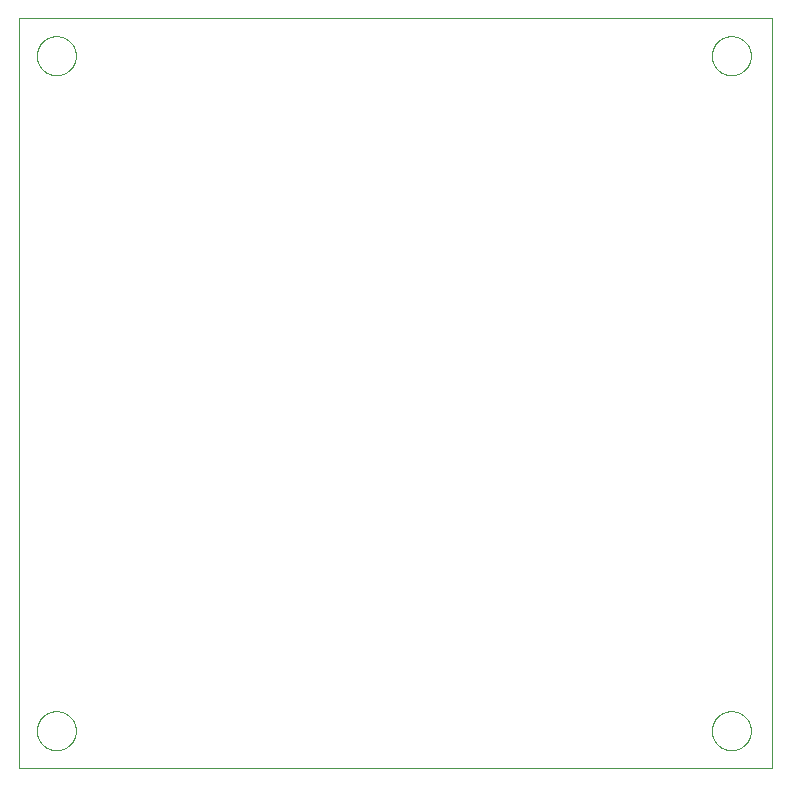
<source format=gbp>
G75*
%MOIN*%
%OFA0B0*%
%FSLAX25Y25*%
%IPPOS*%
%LPD*%
%AMOC8*
5,1,8,0,0,1.08239X$1,22.5*
%
%ADD10C,0.00000*%
D10*
X0021461Y0001000D02*
X0021461Y0250961D01*
X0272661Y0250961D01*
X0272661Y0001000D01*
X0021461Y0001000D01*
X0027461Y0013500D02*
X0027463Y0013661D01*
X0027469Y0013821D01*
X0027479Y0013982D01*
X0027493Y0014142D01*
X0027511Y0014302D01*
X0027532Y0014461D01*
X0027558Y0014620D01*
X0027588Y0014778D01*
X0027621Y0014935D01*
X0027659Y0015092D01*
X0027700Y0015247D01*
X0027745Y0015401D01*
X0027794Y0015554D01*
X0027847Y0015706D01*
X0027903Y0015857D01*
X0027964Y0016006D01*
X0028027Y0016154D01*
X0028095Y0016300D01*
X0028166Y0016444D01*
X0028240Y0016586D01*
X0028318Y0016727D01*
X0028400Y0016865D01*
X0028485Y0017002D01*
X0028573Y0017136D01*
X0028665Y0017268D01*
X0028760Y0017398D01*
X0028858Y0017526D01*
X0028959Y0017651D01*
X0029063Y0017773D01*
X0029170Y0017893D01*
X0029280Y0018010D01*
X0029393Y0018125D01*
X0029509Y0018236D01*
X0029628Y0018345D01*
X0029749Y0018450D01*
X0029873Y0018553D01*
X0029999Y0018653D01*
X0030127Y0018749D01*
X0030258Y0018842D01*
X0030392Y0018932D01*
X0030527Y0019019D01*
X0030665Y0019102D01*
X0030804Y0019182D01*
X0030946Y0019258D01*
X0031089Y0019331D01*
X0031234Y0019400D01*
X0031381Y0019466D01*
X0031529Y0019528D01*
X0031679Y0019586D01*
X0031830Y0019641D01*
X0031983Y0019692D01*
X0032137Y0019739D01*
X0032292Y0019782D01*
X0032448Y0019821D01*
X0032604Y0019857D01*
X0032762Y0019888D01*
X0032920Y0019916D01*
X0033079Y0019940D01*
X0033239Y0019960D01*
X0033399Y0019976D01*
X0033559Y0019988D01*
X0033720Y0019996D01*
X0033881Y0020000D01*
X0034041Y0020000D01*
X0034202Y0019996D01*
X0034363Y0019988D01*
X0034523Y0019976D01*
X0034683Y0019960D01*
X0034843Y0019940D01*
X0035002Y0019916D01*
X0035160Y0019888D01*
X0035318Y0019857D01*
X0035474Y0019821D01*
X0035630Y0019782D01*
X0035785Y0019739D01*
X0035939Y0019692D01*
X0036092Y0019641D01*
X0036243Y0019586D01*
X0036393Y0019528D01*
X0036541Y0019466D01*
X0036688Y0019400D01*
X0036833Y0019331D01*
X0036976Y0019258D01*
X0037118Y0019182D01*
X0037257Y0019102D01*
X0037395Y0019019D01*
X0037530Y0018932D01*
X0037664Y0018842D01*
X0037795Y0018749D01*
X0037923Y0018653D01*
X0038049Y0018553D01*
X0038173Y0018450D01*
X0038294Y0018345D01*
X0038413Y0018236D01*
X0038529Y0018125D01*
X0038642Y0018010D01*
X0038752Y0017893D01*
X0038859Y0017773D01*
X0038963Y0017651D01*
X0039064Y0017526D01*
X0039162Y0017398D01*
X0039257Y0017268D01*
X0039349Y0017136D01*
X0039437Y0017002D01*
X0039522Y0016865D01*
X0039604Y0016727D01*
X0039682Y0016586D01*
X0039756Y0016444D01*
X0039827Y0016300D01*
X0039895Y0016154D01*
X0039958Y0016006D01*
X0040019Y0015857D01*
X0040075Y0015706D01*
X0040128Y0015554D01*
X0040177Y0015401D01*
X0040222Y0015247D01*
X0040263Y0015092D01*
X0040301Y0014935D01*
X0040334Y0014778D01*
X0040364Y0014620D01*
X0040390Y0014461D01*
X0040411Y0014302D01*
X0040429Y0014142D01*
X0040443Y0013982D01*
X0040453Y0013821D01*
X0040459Y0013661D01*
X0040461Y0013500D01*
X0040459Y0013339D01*
X0040453Y0013179D01*
X0040443Y0013018D01*
X0040429Y0012858D01*
X0040411Y0012698D01*
X0040390Y0012539D01*
X0040364Y0012380D01*
X0040334Y0012222D01*
X0040301Y0012065D01*
X0040263Y0011908D01*
X0040222Y0011753D01*
X0040177Y0011599D01*
X0040128Y0011446D01*
X0040075Y0011294D01*
X0040019Y0011143D01*
X0039958Y0010994D01*
X0039895Y0010846D01*
X0039827Y0010700D01*
X0039756Y0010556D01*
X0039682Y0010414D01*
X0039604Y0010273D01*
X0039522Y0010135D01*
X0039437Y0009998D01*
X0039349Y0009864D01*
X0039257Y0009732D01*
X0039162Y0009602D01*
X0039064Y0009474D01*
X0038963Y0009349D01*
X0038859Y0009227D01*
X0038752Y0009107D01*
X0038642Y0008990D01*
X0038529Y0008875D01*
X0038413Y0008764D01*
X0038294Y0008655D01*
X0038173Y0008550D01*
X0038049Y0008447D01*
X0037923Y0008347D01*
X0037795Y0008251D01*
X0037664Y0008158D01*
X0037530Y0008068D01*
X0037395Y0007981D01*
X0037257Y0007898D01*
X0037118Y0007818D01*
X0036976Y0007742D01*
X0036833Y0007669D01*
X0036688Y0007600D01*
X0036541Y0007534D01*
X0036393Y0007472D01*
X0036243Y0007414D01*
X0036092Y0007359D01*
X0035939Y0007308D01*
X0035785Y0007261D01*
X0035630Y0007218D01*
X0035474Y0007179D01*
X0035318Y0007143D01*
X0035160Y0007112D01*
X0035002Y0007084D01*
X0034843Y0007060D01*
X0034683Y0007040D01*
X0034523Y0007024D01*
X0034363Y0007012D01*
X0034202Y0007004D01*
X0034041Y0007000D01*
X0033881Y0007000D01*
X0033720Y0007004D01*
X0033559Y0007012D01*
X0033399Y0007024D01*
X0033239Y0007040D01*
X0033079Y0007060D01*
X0032920Y0007084D01*
X0032762Y0007112D01*
X0032604Y0007143D01*
X0032448Y0007179D01*
X0032292Y0007218D01*
X0032137Y0007261D01*
X0031983Y0007308D01*
X0031830Y0007359D01*
X0031679Y0007414D01*
X0031529Y0007472D01*
X0031381Y0007534D01*
X0031234Y0007600D01*
X0031089Y0007669D01*
X0030946Y0007742D01*
X0030804Y0007818D01*
X0030665Y0007898D01*
X0030527Y0007981D01*
X0030392Y0008068D01*
X0030258Y0008158D01*
X0030127Y0008251D01*
X0029999Y0008347D01*
X0029873Y0008447D01*
X0029749Y0008550D01*
X0029628Y0008655D01*
X0029509Y0008764D01*
X0029393Y0008875D01*
X0029280Y0008990D01*
X0029170Y0009107D01*
X0029063Y0009227D01*
X0028959Y0009349D01*
X0028858Y0009474D01*
X0028760Y0009602D01*
X0028665Y0009732D01*
X0028573Y0009864D01*
X0028485Y0009998D01*
X0028400Y0010135D01*
X0028318Y0010273D01*
X0028240Y0010414D01*
X0028166Y0010556D01*
X0028095Y0010700D01*
X0028027Y0010846D01*
X0027964Y0010994D01*
X0027903Y0011143D01*
X0027847Y0011294D01*
X0027794Y0011446D01*
X0027745Y0011599D01*
X0027700Y0011753D01*
X0027659Y0011908D01*
X0027621Y0012065D01*
X0027588Y0012222D01*
X0027558Y0012380D01*
X0027532Y0012539D01*
X0027511Y0012698D01*
X0027493Y0012858D01*
X0027479Y0013018D01*
X0027469Y0013179D01*
X0027463Y0013339D01*
X0027461Y0013500D01*
X0252461Y0013500D02*
X0252463Y0013661D01*
X0252469Y0013821D01*
X0252479Y0013982D01*
X0252493Y0014142D01*
X0252511Y0014302D01*
X0252532Y0014461D01*
X0252558Y0014620D01*
X0252588Y0014778D01*
X0252621Y0014935D01*
X0252659Y0015092D01*
X0252700Y0015247D01*
X0252745Y0015401D01*
X0252794Y0015554D01*
X0252847Y0015706D01*
X0252903Y0015857D01*
X0252964Y0016006D01*
X0253027Y0016154D01*
X0253095Y0016300D01*
X0253166Y0016444D01*
X0253240Y0016586D01*
X0253318Y0016727D01*
X0253400Y0016865D01*
X0253485Y0017002D01*
X0253573Y0017136D01*
X0253665Y0017268D01*
X0253760Y0017398D01*
X0253858Y0017526D01*
X0253959Y0017651D01*
X0254063Y0017773D01*
X0254170Y0017893D01*
X0254280Y0018010D01*
X0254393Y0018125D01*
X0254509Y0018236D01*
X0254628Y0018345D01*
X0254749Y0018450D01*
X0254873Y0018553D01*
X0254999Y0018653D01*
X0255127Y0018749D01*
X0255258Y0018842D01*
X0255392Y0018932D01*
X0255527Y0019019D01*
X0255665Y0019102D01*
X0255804Y0019182D01*
X0255946Y0019258D01*
X0256089Y0019331D01*
X0256234Y0019400D01*
X0256381Y0019466D01*
X0256529Y0019528D01*
X0256679Y0019586D01*
X0256830Y0019641D01*
X0256983Y0019692D01*
X0257137Y0019739D01*
X0257292Y0019782D01*
X0257448Y0019821D01*
X0257604Y0019857D01*
X0257762Y0019888D01*
X0257920Y0019916D01*
X0258079Y0019940D01*
X0258239Y0019960D01*
X0258399Y0019976D01*
X0258559Y0019988D01*
X0258720Y0019996D01*
X0258881Y0020000D01*
X0259041Y0020000D01*
X0259202Y0019996D01*
X0259363Y0019988D01*
X0259523Y0019976D01*
X0259683Y0019960D01*
X0259843Y0019940D01*
X0260002Y0019916D01*
X0260160Y0019888D01*
X0260318Y0019857D01*
X0260474Y0019821D01*
X0260630Y0019782D01*
X0260785Y0019739D01*
X0260939Y0019692D01*
X0261092Y0019641D01*
X0261243Y0019586D01*
X0261393Y0019528D01*
X0261541Y0019466D01*
X0261688Y0019400D01*
X0261833Y0019331D01*
X0261976Y0019258D01*
X0262118Y0019182D01*
X0262257Y0019102D01*
X0262395Y0019019D01*
X0262530Y0018932D01*
X0262664Y0018842D01*
X0262795Y0018749D01*
X0262923Y0018653D01*
X0263049Y0018553D01*
X0263173Y0018450D01*
X0263294Y0018345D01*
X0263413Y0018236D01*
X0263529Y0018125D01*
X0263642Y0018010D01*
X0263752Y0017893D01*
X0263859Y0017773D01*
X0263963Y0017651D01*
X0264064Y0017526D01*
X0264162Y0017398D01*
X0264257Y0017268D01*
X0264349Y0017136D01*
X0264437Y0017002D01*
X0264522Y0016865D01*
X0264604Y0016727D01*
X0264682Y0016586D01*
X0264756Y0016444D01*
X0264827Y0016300D01*
X0264895Y0016154D01*
X0264958Y0016006D01*
X0265019Y0015857D01*
X0265075Y0015706D01*
X0265128Y0015554D01*
X0265177Y0015401D01*
X0265222Y0015247D01*
X0265263Y0015092D01*
X0265301Y0014935D01*
X0265334Y0014778D01*
X0265364Y0014620D01*
X0265390Y0014461D01*
X0265411Y0014302D01*
X0265429Y0014142D01*
X0265443Y0013982D01*
X0265453Y0013821D01*
X0265459Y0013661D01*
X0265461Y0013500D01*
X0265459Y0013339D01*
X0265453Y0013179D01*
X0265443Y0013018D01*
X0265429Y0012858D01*
X0265411Y0012698D01*
X0265390Y0012539D01*
X0265364Y0012380D01*
X0265334Y0012222D01*
X0265301Y0012065D01*
X0265263Y0011908D01*
X0265222Y0011753D01*
X0265177Y0011599D01*
X0265128Y0011446D01*
X0265075Y0011294D01*
X0265019Y0011143D01*
X0264958Y0010994D01*
X0264895Y0010846D01*
X0264827Y0010700D01*
X0264756Y0010556D01*
X0264682Y0010414D01*
X0264604Y0010273D01*
X0264522Y0010135D01*
X0264437Y0009998D01*
X0264349Y0009864D01*
X0264257Y0009732D01*
X0264162Y0009602D01*
X0264064Y0009474D01*
X0263963Y0009349D01*
X0263859Y0009227D01*
X0263752Y0009107D01*
X0263642Y0008990D01*
X0263529Y0008875D01*
X0263413Y0008764D01*
X0263294Y0008655D01*
X0263173Y0008550D01*
X0263049Y0008447D01*
X0262923Y0008347D01*
X0262795Y0008251D01*
X0262664Y0008158D01*
X0262530Y0008068D01*
X0262395Y0007981D01*
X0262257Y0007898D01*
X0262118Y0007818D01*
X0261976Y0007742D01*
X0261833Y0007669D01*
X0261688Y0007600D01*
X0261541Y0007534D01*
X0261393Y0007472D01*
X0261243Y0007414D01*
X0261092Y0007359D01*
X0260939Y0007308D01*
X0260785Y0007261D01*
X0260630Y0007218D01*
X0260474Y0007179D01*
X0260318Y0007143D01*
X0260160Y0007112D01*
X0260002Y0007084D01*
X0259843Y0007060D01*
X0259683Y0007040D01*
X0259523Y0007024D01*
X0259363Y0007012D01*
X0259202Y0007004D01*
X0259041Y0007000D01*
X0258881Y0007000D01*
X0258720Y0007004D01*
X0258559Y0007012D01*
X0258399Y0007024D01*
X0258239Y0007040D01*
X0258079Y0007060D01*
X0257920Y0007084D01*
X0257762Y0007112D01*
X0257604Y0007143D01*
X0257448Y0007179D01*
X0257292Y0007218D01*
X0257137Y0007261D01*
X0256983Y0007308D01*
X0256830Y0007359D01*
X0256679Y0007414D01*
X0256529Y0007472D01*
X0256381Y0007534D01*
X0256234Y0007600D01*
X0256089Y0007669D01*
X0255946Y0007742D01*
X0255804Y0007818D01*
X0255665Y0007898D01*
X0255527Y0007981D01*
X0255392Y0008068D01*
X0255258Y0008158D01*
X0255127Y0008251D01*
X0254999Y0008347D01*
X0254873Y0008447D01*
X0254749Y0008550D01*
X0254628Y0008655D01*
X0254509Y0008764D01*
X0254393Y0008875D01*
X0254280Y0008990D01*
X0254170Y0009107D01*
X0254063Y0009227D01*
X0253959Y0009349D01*
X0253858Y0009474D01*
X0253760Y0009602D01*
X0253665Y0009732D01*
X0253573Y0009864D01*
X0253485Y0009998D01*
X0253400Y0010135D01*
X0253318Y0010273D01*
X0253240Y0010414D01*
X0253166Y0010556D01*
X0253095Y0010700D01*
X0253027Y0010846D01*
X0252964Y0010994D01*
X0252903Y0011143D01*
X0252847Y0011294D01*
X0252794Y0011446D01*
X0252745Y0011599D01*
X0252700Y0011753D01*
X0252659Y0011908D01*
X0252621Y0012065D01*
X0252588Y0012222D01*
X0252558Y0012380D01*
X0252532Y0012539D01*
X0252511Y0012698D01*
X0252493Y0012858D01*
X0252479Y0013018D01*
X0252469Y0013179D01*
X0252463Y0013339D01*
X0252461Y0013500D01*
X0252461Y0238500D02*
X0252463Y0238661D01*
X0252469Y0238821D01*
X0252479Y0238982D01*
X0252493Y0239142D01*
X0252511Y0239302D01*
X0252532Y0239461D01*
X0252558Y0239620D01*
X0252588Y0239778D01*
X0252621Y0239935D01*
X0252659Y0240092D01*
X0252700Y0240247D01*
X0252745Y0240401D01*
X0252794Y0240554D01*
X0252847Y0240706D01*
X0252903Y0240857D01*
X0252964Y0241006D01*
X0253027Y0241154D01*
X0253095Y0241300D01*
X0253166Y0241444D01*
X0253240Y0241586D01*
X0253318Y0241727D01*
X0253400Y0241865D01*
X0253485Y0242002D01*
X0253573Y0242136D01*
X0253665Y0242268D01*
X0253760Y0242398D01*
X0253858Y0242526D01*
X0253959Y0242651D01*
X0254063Y0242773D01*
X0254170Y0242893D01*
X0254280Y0243010D01*
X0254393Y0243125D01*
X0254509Y0243236D01*
X0254628Y0243345D01*
X0254749Y0243450D01*
X0254873Y0243553D01*
X0254999Y0243653D01*
X0255127Y0243749D01*
X0255258Y0243842D01*
X0255392Y0243932D01*
X0255527Y0244019D01*
X0255665Y0244102D01*
X0255804Y0244182D01*
X0255946Y0244258D01*
X0256089Y0244331D01*
X0256234Y0244400D01*
X0256381Y0244466D01*
X0256529Y0244528D01*
X0256679Y0244586D01*
X0256830Y0244641D01*
X0256983Y0244692D01*
X0257137Y0244739D01*
X0257292Y0244782D01*
X0257448Y0244821D01*
X0257604Y0244857D01*
X0257762Y0244888D01*
X0257920Y0244916D01*
X0258079Y0244940D01*
X0258239Y0244960D01*
X0258399Y0244976D01*
X0258559Y0244988D01*
X0258720Y0244996D01*
X0258881Y0245000D01*
X0259041Y0245000D01*
X0259202Y0244996D01*
X0259363Y0244988D01*
X0259523Y0244976D01*
X0259683Y0244960D01*
X0259843Y0244940D01*
X0260002Y0244916D01*
X0260160Y0244888D01*
X0260318Y0244857D01*
X0260474Y0244821D01*
X0260630Y0244782D01*
X0260785Y0244739D01*
X0260939Y0244692D01*
X0261092Y0244641D01*
X0261243Y0244586D01*
X0261393Y0244528D01*
X0261541Y0244466D01*
X0261688Y0244400D01*
X0261833Y0244331D01*
X0261976Y0244258D01*
X0262118Y0244182D01*
X0262257Y0244102D01*
X0262395Y0244019D01*
X0262530Y0243932D01*
X0262664Y0243842D01*
X0262795Y0243749D01*
X0262923Y0243653D01*
X0263049Y0243553D01*
X0263173Y0243450D01*
X0263294Y0243345D01*
X0263413Y0243236D01*
X0263529Y0243125D01*
X0263642Y0243010D01*
X0263752Y0242893D01*
X0263859Y0242773D01*
X0263963Y0242651D01*
X0264064Y0242526D01*
X0264162Y0242398D01*
X0264257Y0242268D01*
X0264349Y0242136D01*
X0264437Y0242002D01*
X0264522Y0241865D01*
X0264604Y0241727D01*
X0264682Y0241586D01*
X0264756Y0241444D01*
X0264827Y0241300D01*
X0264895Y0241154D01*
X0264958Y0241006D01*
X0265019Y0240857D01*
X0265075Y0240706D01*
X0265128Y0240554D01*
X0265177Y0240401D01*
X0265222Y0240247D01*
X0265263Y0240092D01*
X0265301Y0239935D01*
X0265334Y0239778D01*
X0265364Y0239620D01*
X0265390Y0239461D01*
X0265411Y0239302D01*
X0265429Y0239142D01*
X0265443Y0238982D01*
X0265453Y0238821D01*
X0265459Y0238661D01*
X0265461Y0238500D01*
X0265459Y0238339D01*
X0265453Y0238179D01*
X0265443Y0238018D01*
X0265429Y0237858D01*
X0265411Y0237698D01*
X0265390Y0237539D01*
X0265364Y0237380D01*
X0265334Y0237222D01*
X0265301Y0237065D01*
X0265263Y0236908D01*
X0265222Y0236753D01*
X0265177Y0236599D01*
X0265128Y0236446D01*
X0265075Y0236294D01*
X0265019Y0236143D01*
X0264958Y0235994D01*
X0264895Y0235846D01*
X0264827Y0235700D01*
X0264756Y0235556D01*
X0264682Y0235414D01*
X0264604Y0235273D01*
X0264522Y0235135D01*
X0264437Y0234998D01*
X0264349Y0234864D01*
X0264257Y0234732D01*
X0264162Y0234602D01*
X0264064Y0234474D01*
X0263963Y0234349D01*
X0263859Y0234227D01*
X0263752Y0234107D01*
X0263642Y0233990D01*
X0263529Y0233875D01*
X0263413Y0233764D01*
X0263294Y0233655D01*
X0263173Y0233550D01*
X0263049Y0233447D01*
X0262923Y0233347D01*
X0262795Y0233251D01*
X0262664Y0233158D01*
X0262530Y0233068D01*
X0262395Y0232981D01*
X0262257Y0232898D01*
X0262118Y0232818D01*
X0261976Y0232742D01*
X0261833Y0232669D01*
X0261688Y0232600D01*
X0261541Y0232534D01*
X0261393Y0232472D01*
X0261243Y0232414D01*
X0261092Y0232359D01*
X0260939Y0232308D01*
X0260785Y0232261D01*
X0260630Y0232218D01*
X0260474Y0232179D01*
X0260318Y0232143D01*
X0260160Y0232112D01*
X0260002Y0232084D01*
X0259843Y0232060D01*
X0259683Y0232040D01*
X0259523Y0232024D01*
X0259363Y0232012D01*
X0259202Y0232004D01*
X0259041Y0232000D01*
X0258881Y0232000D01*
X0258720Y0232004D01*
X0258559Y0232012D01*
X0258399Y0232024D01*
X0258239Y0232040D01*
X0258079Y0232060D01*
X0257920Y0232084D01*
X0257762Y0232112D01*
X0257604Y0232143D01*
X0257448Y0232179D01*
X0257292Y0232218D01*
X0257137Y0232261D01*
X0256983Y0232308D01*
X0256830Y0232359D01*
X0256679Y0232414D01*
X0256529Y0232472D01*
X0256381Y0232534D01*
X0256234Y0232600D01*
X0256089Y0232669D01*
X0255946Y0232742D01*
X0255804Y0232818D01*
X0255665Y0232898D01*
X0255527Y0232981D01*
X0255392Y0233068D01*
X0255258Y0233158D01*
X0255127Y0233251D01*
X0254999Y0233347D01*
X0254873Y0233447D01*
X0254749Y0233550D01*
X0254628Y0233655D01*
X0254509Y0233764D01*
X0254393Y0233875D01*
X0254280Y0233990D01*
X0254170Y0234107D01*
X0254063Y0234227D01*
X0253959Y0234349D01*
X0253858Y0234474D01*
X0253760Y0234602D01*
X0253665Y0234732D01*
X0253573Y0234864D01*
X0253485Y0234998D01*
X0253400Y0235135D01*
X0253318Y0235273D01*
X0253240Y0235414D01*
X0253166Y0235556D01*
X0253095Y0235700D01*
X0253027Y0235846D01*
X0252964Y0235994D01*
X0252903Y0236143D01*
X0252847Y0236294D01*
X0252794Y0236446D01*
X0252745Y0236599D01*
X0252700Y0236753D01*
X0252659Y0236908D01*
X0252621Y0237065D01*
X0252588Y0237222D01*
X0252558Y0237380D01*
X0252532Y0237539D01*
X0252511Y0237698D01*
X0252493Y0237858D01*
X0252479Y0238018D01*
X0252469Y0238179D01*
X0252463Y0238339D01*
X0252461Y0238500D01*
X0027461Y0238500D02*
X0027463Y0238661D01*
X0027469Y0238821D01*
X0027479Y0238982D01*
X0027493Y0239142D01*
X0027511Y0239302D01*
X0027532Y0239461D01*
X0027558Y0239620D01*
X0027588Y0239778D01*
X0027621Y0239935D01*
X0027659Y0240092D01*
X0027700Y0240247D01*
X0027745Y0240401D01*
X0027794Y0240554D01*
X0027847Y0240706D01*
X0027903Y0240857D01*
X0027964Y0241006D01*
X0028027Y0241154D01*
X0028095Y0241300D01*
X0028166Y0241444D01*
X0028240Y0241586D01*
X0028318Y0241727D01*
X0028400Y0241865D01*
X0028485Y0242002D01*
X0028573Y0242136D01*
X0028665Y0242268D01*
X0028760Y0242398D01*
X0028858Y0242526D01*
X0028959Y0242651D01*
X0029063Y0242773D01*
X0029170Y0242893D01*
X0029280Y0243010D01*
X0029393Y0243125D01*
X0029509Y0243236D01*
X0029628Y0243345D01*
X0029749Y0243450D01*
X0029873Y0243553D01*
X0029999Y0243653D01*
X0030127Y0243749D01*
X0030258Y0243842D01*
X0030392Y0243932D01*
X0030527Y0244019D01*
X0030665Y0244102D01*
X0030804Y0244182D01*
X0030946Y0244258D01*
X0031089Y0244331D01*
X0031234Y0244400D01*
X0031381Y0244466D01*
X0031529Y0244528D01*
X0031679Y0244586D01*
X0031830Y0244641D01*
X0031983Y0244692D01*
X0032137Y0244739D01*
X0032292Y0244782D01*
X0032448Y0244821D01*
X0032604Y0244857D01*
X0032762Y0244888D01*
X0032920Y0244916D01*
X0033079Y0244940D01*
X0033239Y0244960D01*
X0033399Y0244976D01*
X0033559Y0244988D01*
X0033720Y0244996D01*
X0033881Y0245000D01*
X0034041Y0245000D01*
X0034202Y0244996D01*
X0034363Y0244988D01*
X0034523Y0244976D01*
X0034683Y0244960D01*
X0034843Y0244940D01*
X0035002Y0244916D01*
X0035160Y0244888D01*
X0035318Y0244857D01*
X0035474Y0244821D01*
X0035630Y0244782D01*
X0035785Y0244739D01*
X0035939Y0244692D01*
X0036092Y0244641D01*
X0036243Y0244586D01*
X0036393Y0244528D01*
X0036541Y0244466D01*
X0036688Y0244400D01*
X0036833Y0244331D01*
X0036976Y0244258D01*
X0037118Y0244182D01*
X0037257Y0244102D01*
X0037395Y0244019D01*
X0037530Y0243932D01*
X0037664Y0243842D01*
X0037795Y0243749D01*
X0037923Y0243653D01*
X0038049Y0243553D01*
X0038173Y0243450D01*
X0038294Y0243345D01*
X0038413Y0243236D01*
X0038529Y0243125D01*
X0038642Y0243010D01*
X0038752Y0242893D01*
X0038859Y0242773D01*
X0038963Y0242651D01*
X0039064Y0242526D01*
X0039162Y0242398D01*
X0039257Y0242268D01*
X0039349Y0242136D01*
X0039437Y0242002D01*
X0039522Y0241865D01*
X0039604Y0241727D01*
X0039682Y0241586D01*
X0039756Y0241444D01*
X0039827Y0241300D01*
X0039895Y0241154D01*
X0039958Y0241006D01*
X0040019Y0240857D01*
X0040075Y0240706D01*
X0040128Y0240554D01*
X0040177Y0240401D01*
X0040222Y0240247D01*
X0040263Y0240092D01*
X0040301Y0239935D01*
X0040334Y0239778D01*
X0040364Y0239620D01*
X0040390Y0239461D01*
X0040411Y0239302D01*
X0040429Y0239142D01*
X0040443Y0238982D01*
X0040453Y0238821D01*
X0040459Y0238661D01*
X0040461Y0238500D01*
X0040459Y0238339D01*
X0040453Y0238179D01*
X0040443Y0238018D01*
X0040429Y0237858D01*
X0040411Y0237698D01*
X0040390Y0237539D01*
X0040364Y0237380D01*
X0040334Y0237222D01*
X0040301Y0237065D01*
X0040263Y0236908D01*
X0040222Y0236753D01*
X0040177Y0236599D01*
X0040128Y0236446D01*
X0040075Y0236294D01*
X0040019Y0236143D01*
X0039958Y0235994D01*
X0039895Y0235846D01*
X0039827Y0235700D01*
X0039756Y0235556D01*
X0039682Y0235414D01*
X0039604Y0235273D01*
X0039522Y0235135D01*
X0039437Y0234998D01*
X0039349Y0234864D01*
X0039257Y0234732D01*
X0039162Y0234602D01*
X0039064Y0234474D01*
X0038963Y0234349D01*
X0038859Y0234227D01*
X0038752Y0234107D01*
X0038642Y0233990D01*
X0038529Y0233875D01*
X0038413Y0233764D01*
X0038294Y0233655D01*
X0038173Y0233550D01*
X0038049Y0233447D01*
X0037923Y0233347D01*
X0037795Y0233251D01*
X0037664Y0233158D01*
X0037530Y0233068D01*
X0037395Y0232981D01*
X0037257Y0232898D01*
X0037118Y0232818D01*
X0036976Y0232742D01*
X0036833Y0232669D01*
X0036688Y0232600D01*
X0036541Y0232534D01*
X0036393Y0232472D01*
X0036243Y0232414D01*
X0036092Y0232359D01*
X0035939Y0232308D01*
X0035785Y0232261D01*
X0035630Y0232218D01*
X0035474Y0232179D01*
X0035318Y0232143D01*
X0035160Y0232112D01*
X0035002Y0232084D01*
X0034843Y0232060D01*
X0034683Y0232040D01*
X0034523Y0232024D01*
X0034363Y0232012D01*
X0034202Y0232004D01*
X0034041Y0232000D01*
X0033881Y0232000D01*
X0033720Y0232004D01*
X0033559Y0232012D01*
X0033399Y0232024D01*
X0033239Y0232040D01*
X0033079Y0232060D01*
X0032920Y0232084D01*
X0032762Y0232112D01*
X0032604Y0232143D01*
X0032448Y0232179D01*
X0032292Y0232218D01*
X0032137Y0232261D01*
X0031983Y0232308D01*
X0031830Y0232359D01*
X0031679Y0232414D01*
X0031529Y0232472D01*
X0031381Y0232534D01*
X0031234Y0232600D01*
X0031089Y0232669D01*
X0030946Y0232742D01*
X0030804Y0232818D01*
X0030665Y0232898D01*
X0030527Y0232981D01*
X0030392Y0233068D01*
X0030258Y0233158D01*
X0030127Y0233251D01*
X0029999Y0233347D01*
X0029873Y0233447D01*
X0029749Y0233550D01*
X0029628Y0233655D01*
X0029509Y0233764D01*
X0029393Y0233875D01*
X0029280Y0233990D01*
X0029170Y0234107D01*
X0029063Y0234227D01*
X0028959Y0234349D01*
X0028858Y0234474D01*
X0028760Y0234602D01*
X0028665Y0234732D01*
X0028573Y0234864D01*
X0028485Y0234998D01*
X0028400Y0235135D01*
X0028318Y0235273D01*
X0028240Y0235414D01*
X0028166Y0235556D01*
X0028095Y0235700D01*
X0028027Y0235846D01*
X0027964Y0235994D01*
X0027903Y0236143D01*
X0027847Y0236294D01*
X0027794Y0236446D01*
X0027745Y0236599D01*
X0027700Y0236753D01*
X0027659Y0236908D01*
X0027621Y0237065D01*
X0027588Y0237222D01*
X0027558Y0237380D01*
X0027532Y0237539D01*
X0027511Y0237698D01*
X0027493Y0237858D01*
X0027479Y0238018D01*
X0027469Y0238179D01*
X0027463Y0238339D01*
X0027461Y0238500D01*
M02*

</source>
